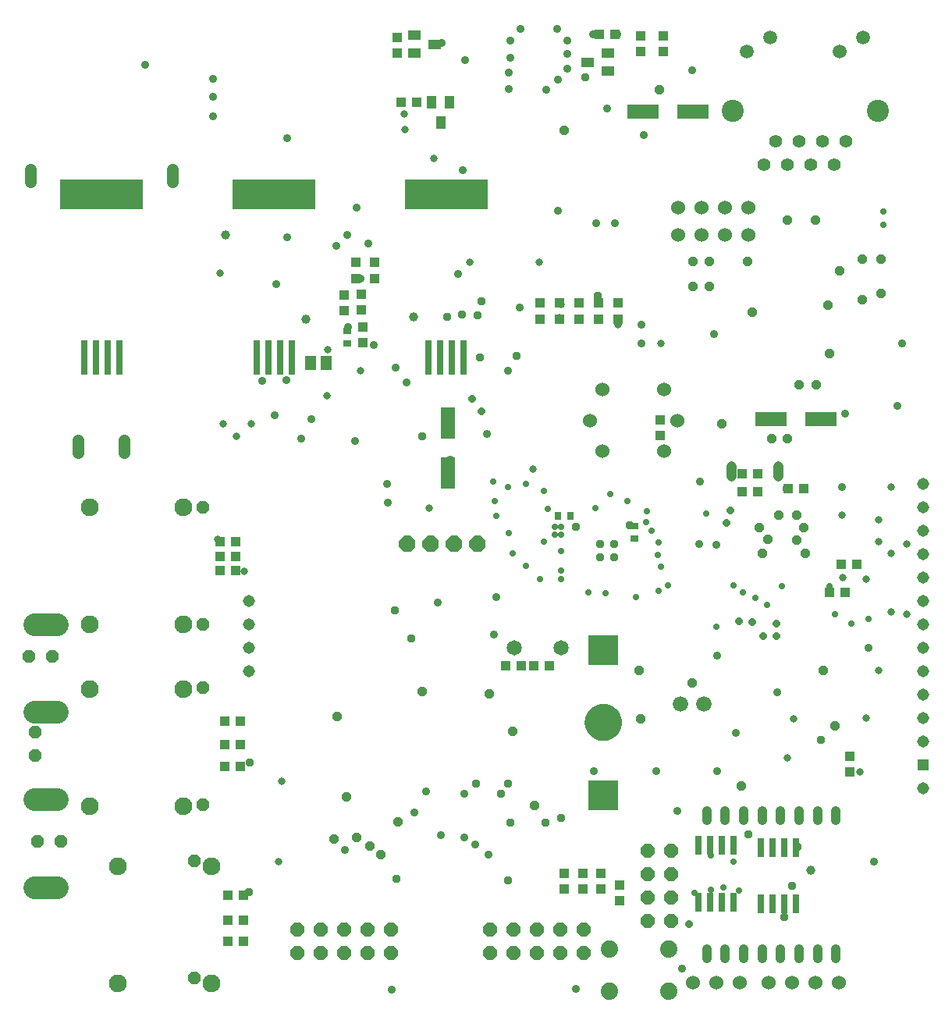
<source format=gbs>
G75*
G70*
%OFA0B0*%
%FSLAX24Y24*%
%IPPOS*%
%LPD*%
%AMOC8*
5,1,8,0,0,1.08239X$1,22.5*
%
%ADD10R,0.0394X0.0433*%
%ADD11R,0.0433X0.0394*%
%ADD12R,0.1378X0.0630*%
%ADD13C,0.0594*%
%ADD14C,0.0945*%
%ADD15C,0.0554*%
%ADD16R,0.0425X0.0413*%
%ADD17C,0.0440*%
%ADD18R,0.0551X0.0394*%
%ADD19C,0.0650*%
%ADD20C,0.0600*%
%ADD21R,0.0630X0.1378*%
%ADD22R,0.0394X0.0551*%
%ADD23OC8,0.0600*%
%ADD24R,0.0354X0.0276*%
%ADD25C,0.0740*%
%ADD26R,0.1250X0.1250*%
%ADD27C,0.0787*%
%ADD28C,0.0660*%
%ADD29C,0.0397*%
%ADD30R,0.0260X0.0800*%
%ADD31C,0.0760*%
%ADD32OC8,0.0520*%
%ADD33C,0.0974*%
%ADD34C,0.0515*%
%ADD35R,0.0515X0.0515*%
%ADD36R,0.0276X0.0354*%
%ADD37R,0.0512X0.0591*%
%ADD38C,0.0515*%
%ADD39R,0.0315X0.1496*%
%ADD40R,0.3543X0.1260*%
%ADD41OC8,0.0700*%
%ADD42OC8,0.0396*%
%ADD43C,0.0357*%
%ADD44C,0.0396*%
%ADD45C,0.0317*%
%ADD46OC8,0.0317*%
%ADD47OC8,0.0278*%
%ADD48OC8,0.0357*%
%ADD49C,0.0278*%
D10*
X026446Y006335D03*
X026446Y007005D03*
X027233Y007005D03*
X027233Y006335D03*
X028020Y006335D03*
X028020Y007005D03*
X028813Y006508D03*
X028813Y005838D03*
X038650Y011355D03*
X038650Y012024D03*
X036672Y023452D03*
X036003Y023452D03*
X034704Y024091D03*
X034034Y024091D03*
X026249Y030696D03*
X026249Y031365D03*
X025412Y031365D03*
X025412Y030696D03*
X017858Y030361D03*
X017858Y029692D03*
X017779Y031075D03*
X017779Y031744D03*
X017041Y031729D03*
X017041Y031060D03*
X019462Y039957D03*
X020132Y039957D03*
X027932Y042841D03*
X028601Y042841D03*
D11*
X029694Y042782D03*
X029694Y042113D03*
X030678Y042113D03*
X030678Y042782D03*
X019310Y042713D03*
X019310Y042044D03*
X027085Y031365D03*
X027085Y030696D03*
X027922Y030696D03*
X027922Y031365D03*
X028759Y031365D03*
X028759Y030696D03*
X030530Y026394D03*
X030530Y025725D03*
X034034Y023304D03*
X034704Y023304D03*
X038267Y020204D03*
X038936Y020204D03*
X038444Y019022D03*
X037774Y019022D03*
X025796Y015873D03*
X025127Y015873D03*
X024615Y015873D03*
X023946Y015873D03*
X012607Y013511D03*
X011938Y013511D03*
X011938Y012526D03*
X012607Y012526D03*
X012607Y011591D03*
X011938Y011591D03*
X012085Y006080D03*
X012755Y006080D03*
X012755Y004997D03*
X012085Y004997D03*
X012085Y004111D03*
X012755Y004111D03*
X012410Y019957D03*
X012410Y020548D03*
X012410Y021188D03*
X011741Y021188D03*
X011741Y020548D03*
X011741Y019957D03*
D12*
X029812Y039544D03*
X031938Y039544D03*
X035274Y026404D03*
X037400Y026404D03*
D13*
X038221Y042105D03*
X039221Y042704D03*
X035241Y042704D03*
X034241Y042105D03*
D14*
X033631Y039574D03*
X039831Y039574D03*
D15*
X038481Y038274D03*
X037481Y038274D03*
X036481Y038274D03*
X035481Y038274D03*
X034981Y037274D03*
X035981Y037274D03*
X036981Y037274D03*
X037981Y037274D03*
D16*
X018345Y033107D03*
X018345Y032418D03*
X017558Y032418D03*
X017558Y033107D03*
D17*
X033566Y024410D02*
X033566Y023970D01*
X035566Y023970D02*
X035566Y024410D01*
D18*
X028296Y041286D03*
X028296Y042034D03*
X027430Y041660D03*
X020924Y042428D03*
X020058Y042802D03*
X020058Y042054D03*
D19*
X024314Y016660D03*
X026314Y016660D03*
D20*
X028080Y025036D03*
X027528Y026355D03*
X028080Y027674D03*
X030717Y027674D03*
X031269Y026355D03*
X030717Y025036D03*
X031294Y034278D03*
X032294Y034278D03*
X033294Y034278D03*
X033294Y035459D03*
X032294Y035459D03*
X031294Y035459D03*
X034294Y035459D03*
X034294Y034278D03*
X033942Y002339D03*
X032942Y002339D03*
X031942Y002339D03*
X035182Y002339D03*
X036182Y002339D03*
X037182Y002339D03*
X038182Y002339D03*
D21*
X021475Y024111D03*
X021475Y026237D03*
D22*
X021160Y039096D03*
X020786Y039962D03*
X021534Y039962D03*
D23*
X030020Y007973D03*
X030020Y006973D03*
X030020Y005973D03*
X031020Y005973D03*
X031020Y006973D03*
X031020Y007973D03*
X031020Y004973D03*
X030020Y004973D03*
X027265Y004621D03*
X026265Y004621D03*
X025265Y004621D03*
X025265Y003621D03*
X026265Y003621D03*
X027265Y003621D03*
X024265Y003621D03*
X023265Y003621D03*
X023265Y004621D03*
X024265Y004621D03*
X019046Y004621D03*
X018046Y004621D03*
X017046Y004621D03*
X016046Y004621D03*
X015046Y004621D03*
X015046Y003621D03*
X016046Y003621D03*
X017046Y003621D03*
X018046Y003621D03*
X019046Y003621D03*
D24*
X029448Y021326D03*
X029448Y021837D03*
X017179Y029657D03*
X017179Y030169D03*
D25*
X028364Y003771D03*
X028364Y001991D03*
X030924Y001991D03*
X030924Y003771D03*
D26*
X028119Y010361D03*
X028119Y016561D03*
D27*
X027725Y013461D02*
X027727Y013500D01*
X027733Y013539D01*
X027743Y013577D01*
X027756Y013614D01*
X027773Y013649D01*
X027793Y013683D01*
X027817Y013714D01*
X027844Y013743D01*
X027873Y013769D01*
X027905Y013792D01*
X027939Y013812D01*
X027975Y013828D01*
X028012Y013840D01*
X028051Y013849D01*
X028090Y013854D01*
X028129Y013855D01*
X028168Y013852D01*
X028207Y013845D01*
X028244Y013834D01*
X028281Y013820D01*
X028316Y013802D01*
X028349Y013781D01*
X028380Y013756D01*
X028408Y013729D01*
X028433Y013699D01*
X028455Y013666D01*
X028474Y013632D01*
X028489Y013596D01*
X028501Y013558D01*
X028509Y013520D01*
X028513Y013481D01*
X028513Y013441D01*
X028509Y013402D01*
X028501Y013364D01*
X028489Y013326D01*
X028474Y013290D01*
X028455Y013256D01*
X028433Y013223D01*
X028408Y013193D01*
X028380Y013166D01*
X028349Y013141D01*
X028316Y013120D01*
X028281Y013102D01*
X028244Y013088D01*
X028207Y013077D01*
X028168Y013070D01*
X028129Y013067D01*
X028090Y013068D01*
X028051Y013073D01*
X028012Y013082D01*
X027975Y013094D01*
X027939Y013110D01*
X027905Y013130D01*
X027873Y013153D01*
X027844Y013179D01*
X027817Y013208D01*
X027793Y013239D01*
X027773Y013273D01*
X027756Y013308D01*
X027743Y013345D01*
X027733Y013383D01*
X027727Y013422D01*
X027725Y013461D01*
D28*
X031408Y014249D03*
X032408Y014249D03*
D29*
X032538Y009675D02*
X032538Y009278D01*
X033326Y009278D02*
X033326Y009675D01*
X034113Y009675D02*
X034113Y009278D01*
X034900Y009278D02*
X034900Y009675D01*
X035688Y009675D02*
X035688Y009278D01*
X036475Y009278D02*
X036475Y009675D01*
X037263Y009675D02*
X037263Y009278D01*
X038050Y009278D02*
X038050Y009675D01*
X038050Y003767D02*
X038050Y003370D01*
X037263Y003370D02*
X037263Y003767D01*
X036475Y003767D02*
X036475Y003370D01*
X035688Y003370D02*
X035688Y003767D01*
X034900Y003767D02*
X034900Y003370D01*
X034113Y003370D02*
X034113Y003767D01*
X033326Y003767D02*
X033326Y003370D01*
X032538Y003370D02*
X032538Y003767D01*
D30*
X032692Y005785D03*
X033192Y005785D03*
X033692Y005785D03*
X034849Y005706D03*
X035349Y005706D03*
X035849Y005706D03*
X036349Y005706D03*
X036349Y008126D03*
X035849Y008126D03*
X035349Y008126D03*
X034849Y008126D03*
X033692Y008205D03*
X033192Y008205D03*
X032692Y008205D03*
X032192Y008205D03*
X032192Y005785D03*
D31*
X011369Y007300D03*
X010188Y009879D03*
X007369Y007300D03*
X006188Y009879D03*
X006188Y014879D03*
X006188Y017654D03*
X010188Y017654D03*
X010188Y014879D03*
X010188Y022654D03*
X006188Y022654D03*
X007369Y002300D03*
X011369Y002300D03*
D32*
X010648Y002546D03*
X010648Y007546D03*
X011008Y009962D03*
X011008Y014962D03*
X011008Y017635D03*
X011008Y022635D03*
X004593Y016296D03*
X003593Y016296D03*
X003828Y013056D03*
X003828Y012056D03*
X003948Y008393D03*
X004948Y008393D03*
D33*
X004787Y006424D02*
X003813Y006424D01*
X003813Y010164D02*
X004787Y010164D01*
X004787Y013904D02*
X003813Y013904D01*
X003813Y017644D02*
X004787Y017644D01*
D34*
X012975Y017652D03*
X012975Y016652D03*
X012975Y015652D03*
X012975Y018652D03*
X041786Y018652D03*
X041786Y019652D03*
X041786Y020652D03*
X041786Y021652D03*
X041786Y022652D03*
X041786Y023652D03*
X041786Y017652D03*
X041786Y016652D03*
X041786Y015652D03*
X041786Y014652D03*
X041786Y013652D03*
X041786Y012652D03*
X041786Y010652D03*
D35*
X041786Y011652D03*
D36*
X026702Y022270D03*
X026190Y022270D03*
D37*
X016278Y028826D03*
X015609Y028826D03*
D38*
X009694Y036560D02*
X009694Y037075D01*
X003631Y037075D02*
X003631Y036560D01*
X005678Y025500D02*
X005678Y024985D01*
X007646Y024985D02*
X007646Y025500D01*
D39*
X007442Y029038D03*
X006942Y029038D03*
X006442Y029038D03*
X005942Y029038D03*
X013294Y029038D03*
X013794Y029038D03*
X014294Y029038D03*
X014794Y029038D03*
X020646Y029038D03*
X021146Y029038D03*
X021646Y029038D03*
X022146Y029038D03*
D40*
X021396Y036011D03*
X014044Y036011D03*
X006692Y036011D03*
D41*
X019739Y021092D03*
X020739Y021092D03*
X021739Y021092D03*
X022739Y021092D03*
D42*
X023247Y014692D03*
X024231Y013068D03*
X025166Y009918D03*
X029694Y013609D03*
X029644Y015676D03*
X031908Y015135D03*
X034024Y010755D03*
X038011Y013314D03*
X037519Y015676D03*
X036731Y020696D03*
X036387Y021237D03*
X036682Y021778D03*
X036387Y022320D03*
X035599Y022320D03*
X034763Y021778D03*
X035156Y021286D03*
X034910Y020696D03*
X035993Y023452D03*
X035993Y025568D03*
X035304Y025568D03*
X033188Y026207D03*
X036485Y027881D03*
X037223Y027881D03*
X037765Y029209D03*
X037715Y031276D03*
X039192Y031522D03*
X039979Y031769D03*
X039979Y033245D03*
X039192Y033245D03*
X038207Y032753D03*
X037174Y034918D03*
X035993Y034918D03*
X034270Y033146D03*
X032646Y033146D03*
X031957Y033146D03*
X031957Y032064D03*
X032646Y032064D03*
X034467Y030981D03*
X026446Y038757D03*
X030511Y040469D03*
X020393Y014790D03*
X016751Y013707D03*
X017144Y010263D03*
X017587Y008540D03*
X018129Y008196D03*
X018621Y007802D03*
X019359Y009229D03*
X016603Y008491D03*
D43*
X017091Y007999D03*
X020048Y009623D03*
X020540Y010509D03*
X022168Y010410D03*
X022164Y008540D03*
X022656Y008245D03*
X023198Y007802D03*
X021180Y008639D03*
X019064Y002044D03*
X026938Y002093D03*
X031465Y002930D03*
X031269Y009672D03*
X030383Y011394D03*
X032991Y011394D03*
X033778Y013019D03*
X035550Y014731D03*
X032991Y016316D03*
X032942Y021040D03*
X032204Y021089D03*
X032253Y023747D03*
X029743Y029652D03*
X029743Y030440D03*
X032843Y030046D03*
X028611Y034770D03*
X027824Y034770D03*
X026160Y035302D03*
X029841Y038560D03*
X028286Y039682D03*
X026593Y041365D03*
X026160Y040922D03*
X025688Y040479D03*
X026593Y042005D03*
X026593Y042595D03*
X026150Y043087D03*
X027676Y042841D03*
X028709Y042841D03*
X031908Y041316D03*
X024576Y043087D03*
X024133Y042595D03*
X024133Y041857D03*
X024083Y041217D03*
X024083Y040528D03*
X022223Y041759D03*
X021219Y042487D03*
X022115Y037034D03*
X018089Y033924D03*
X017184Y034278D03*
X016711Y033806D03*
X017735Y032408D03*
X017213Y030361D03*
X018316Y029583D03*
X019231Y028609D03*
X019704Y027979D03*
X017499Y025479D03*
X015653Y026399D03*
X015215Y025578D03*
X014069Y026586D03*
X013557Y028033D03*
X014561Y028063D03*
X014133Y032192D03*
X014605Y034190D03*
X017568Y035459D03*
X014625Y038422D03*
X011436Y039357D03*
X011436Y040194D03*
X011436Y040932D03*
X008532Y041552D03*
X021908Y032625D03*
X024546Y031168D03*
X024034Y028471D03*
X023148Y025765D03*
X021593Y024672D03*
X018877Y023648D03*
X018916Y022861D03*
X021032Y018580D03*
X023444Y017202D03*
X023542Y018826D03*
X027725Y011394D03*
X038306Y023501D03*
X038454Y026650D03*
X040668Y026995D03*
X040865Y029652D03*
X039438Y016660D03*
X039684Y007507D03*
D44*
X036977Y007162D03*
X019999Y030784D03*
X015422Y030686D03*
X011977Y034278D03*
D45*
X011751Y032643D03*
X016347Y029372D03*
X017745Y028491D03*
X016323Y027423D03*
X013060Y026207D03*
X012450Y025676D03*
X011879Y026207D03*
X011633Y021286D03*
X012765Y019908D03*
X020688Y022615D03*
X025117Y024288D03*
X028759Y030440D03*
X027873Y030686D03*
X027085Y030725D03*
X026259Y030735D03*
X026298Y031326D03*
X025363Y033097D03*
X022410Y033097D03*
X020885Y037556D03*
X019654Y038781D03*
X019620Y039456D03*
X030580Y029652D03*
X038306Y022320D03*
X039881Y022123D03*
X039881Y021188D03*
X040422Y020696D03*
X041062Y021089D03*
X039339Y019564D03*
X038355Y019662D03*
X038257Y020204D03*
X040422Y018186D03*
X041062Y018087D03*
X039881Y015676D03*
X039339Y013658D03*
X039093Y011345D03*
X035993Y011936D03*
X036239Y013609D03*
X040422Y023501D03*
X014389Y010952D03*
X014241Y007507D03*
D46*
X031761Y004849D03*
X034959Y017152D03*
X035501Y017152D03*
X035501Y017694D03*
X034467Y017743D03*
X033926Y017792D03*
X033385Y021975D03*
X033532Y022517D03*
X022902Y026749D03*
X022499Y027290D03*
X021475Y026306D03*
D47*
X027479Y019022D03*
X028217Y018973D03*
X035107Y018481D03*
X035747Y019269D03*
X038011Y018087D03*
X038700Y017694D03*
X039438Y017891D03*
X032696Y007777D03*
X033685Y007507D03*
X033237Y006424D03*
X032696Y006326D03*
X032007Y006178D03*
X033901Y006271D03*
D48*
X035845Y005144D03*
X036190Y006473D03*
X036426Y008132D03*
X034295Y008663D03*
X037420Y012723D03*
X028562Y020499D03*
X028562Y021089D03*
X027971Y021089D03*
X027971Y020499D03*
X026938Y021828D03*
X029251Y021877D03*
X022853Y029062D03*
X024408Y029111D03*
X022755Y030853D03*
X022902Y031444D03*
X022066Y030863D03*
X021446Y030784D03*
X020393Y025666D03*
X019211Y018235D03*
X019900Y017054D03*
X022668Y010853D03*
X023739Y010410D03*
X024034Y010853D03*
X024133Y009180D03*
X025658Y009180D03*
X026298Y009377D03*
X024034Y006719D03*
X019261Y006769D03*
X012961Y006227D03*
X013011Y011739D03*
X027873Y031670D03*
X027331Y041020D03*
D49*
X040078Y035263D03*
X040078Y034721D03*
X029152Y022910D03*
X028414Y023206D03*
X027774Y022615D03*
X026298Y021828D03*
X026052Y021828D03*
X026052Y021483D03*
X026298Y021483D03*
X026298Y020794D03*
X026298Y019957D03*
X026298Y019564D03*
X025412Y019564D03*
X024822Y020154D03*
X024231Y020696D03*
X024083Y021532D03*
X023542Y022270D03*
X023493Y022910D03*
X024034Y023501D03*
X023394Y023747D03*
X024822Y023648D03*
X025560Y023353D03*
X025757Y022566D03*
X025560Y021188D03*
X029497Y018826D03*
X030481Y019072D03*
X030875Y019318D03*
X030580Y020105D03*
X030432Y020597D03*
X030481Y021139D03*
X030186Y021631D03*
X029940Y022024D03*
X029989Y022467D03*
X032499Y022369D03*
X033680Y019318D03*
X034074Y019022D03*
X034615Y018776D03*
X032942Y017546D03*
X037765Y019269D03*
M02*

</source>
